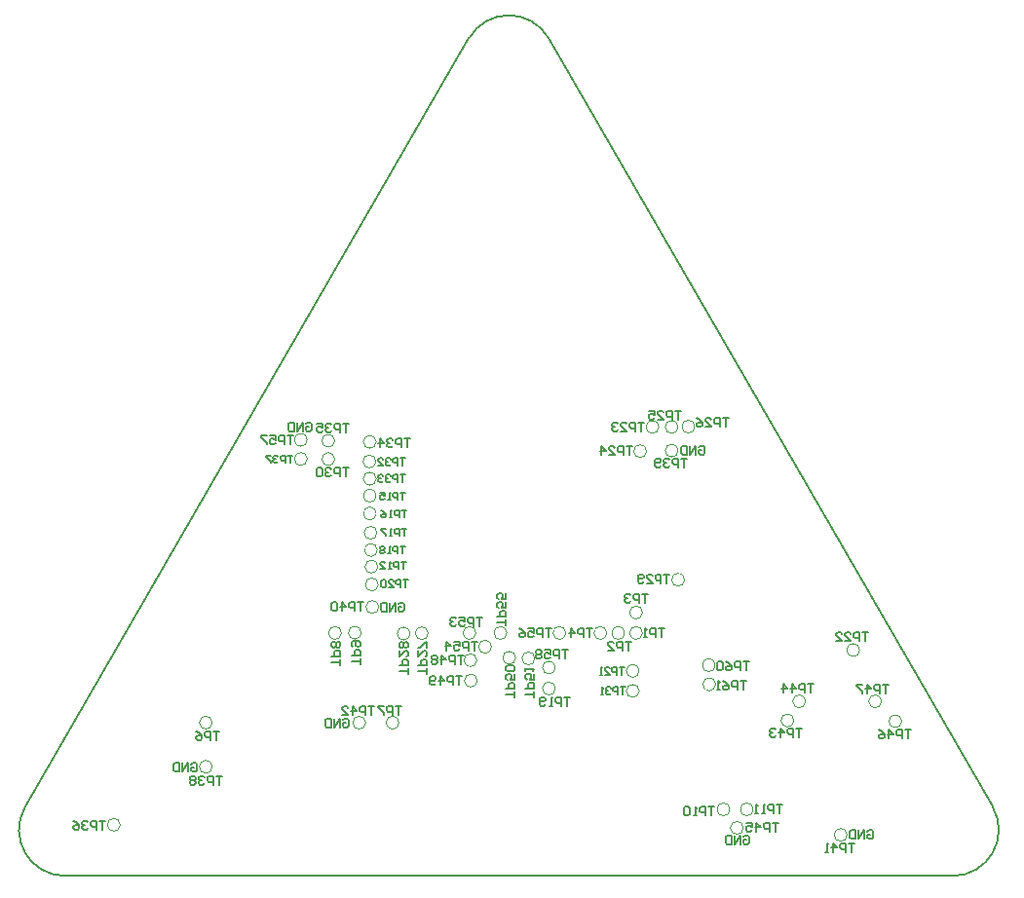
<source format=gbo>
G04*
G04 #@! TF.GenerationSoftware,Altium Limited,Altium Designer,19.0.12 (326)*
G04*
G04 Layer_Color=32896*
%FSLAX44Y44*%
%MOMM*%
G71*
G01*
G75*
%ADD15C,0.1778*%
%ADD16C,0.1270*%
%ADD140C,0.0999*%
D15*
X295107Y196737D02*
X296377Y198006D01*
X298916D01*
X300186Y196737D01*
Y191659D01*
X298916Y190389D01*
X296377D01*
X295107Y191659D01*
Y194198D01*
X297647D01*
X292568Y190389D02*
Y198006D01*
X287490Y190389D01*
Y198006D01*
X284951D02*
Y190389D01*
X281142D01*
X279872Y191659D01*
Y196737D01*
X281142Y198006D01*
X284951D01*
X246588Y95894D02*
X247857Y97164D01*
X250397D01*
X251666Y95894D01*
Y90816D01*
X250397Y89546D01*
X247857D01*
X246588Y90816D01*
Y93355D01*
X249127D01*
X244049Y89546D02*
Y97164D01*
X238970Y89546D01*
Y97164D01*
X236431D02*
Y89546D01*
X232622D01*
X231353Y90816D01*
Y95894D01*
X232622Y97164D01*
X236431D01*
X594870Y-5590D02*
X596139Y-4320D01*
X598678D01*
X599948Y-5590D01*
Y-10668D01*
X598678Y-11938D01*
X596139D01*
X594870Y-10668D01*
Y-8129D01*
X597409D01*
X592331Y-11938D02*
Y-4320D01*
X587252Y-11938D01*
Y-4320D01*
X584713D02*
Y-11938D01*
X580904D01*
X579635Y-10668D01*
Y-5590D01*
X580904Y-4320D01*
X584713D01*
X702767Y-728D02*
X704036Y542D01*
X706575D01*
X707845Y-728D01*
Y-5806D01*
X706575Y-7075D01*
X704036D01*
X702767Y-5806D01*
Y-3267D01*
X705306D01*
X700227Y-7075D02*
Y542D01*
X695149Y-7075D01*
Y542D01*
X692610D02*
Y-7075D01*
X688801D01*
X687532Y-5806D01*
Y-728D01*
X688801Y542D01*
X692610D01*
X556008Y333107D02*
X557277Y334376D01*
X559816D01*
X561086Y333107D01*
Y328028D01*
X559816Y326759D01*
X557277D01*
X556008Y328028D01*
Y330568D01*
X558547D01*
X553469Y326759D02*
Y334376D01*
X548390Y326759D01*
Y334376D01*
X545851D02*
Y326759D01*
X542042D01*
X540773Y328028D01*
Y333107D01*
X542042Y334376D01*
X545851D01*
X214378Y353312D02*
X215647Y354581D01*
X218186D01*
X219456Y353312D01*
Y348234D01*
X218186Y346964D01*
X215647D01*
X214378Y348234D01*
Y350773D01*
X216917D01*
X211838Y346964D02*
Y354581D01*
X206760Y346964D01*
Y354581D01*
X204221D02*
Y346964D01*
X200412D01*
X199143Y348234D01*
Y353312D01*
X200412Y354581D01*
X204221D01*
X115265Y57656D02*
X116534Y58925D01*
X119073D01*
X120343Y57656D01*
Y52578D01*
X119073Y51308D01*
X116534D01*
X115265Y52578D01*
Y55117D01*
X117804D01*
X112725Y51308D02*
Y58925D01*
X107647Y51308D01*
Y58925D01*
X105108D02*
Y51308D01*
X101299D01*
X100029Y52578D01*
Y57656D01*
X101299Y58925D01*
X105108D01*
X597408Y130045D02*
X592330D01*
X594869D01*
Y122428D01*
X589790D02*
Y130045D01*
X585982D01*
X584712Y128776D01*
Y126237D01*
X585982Y124967D01*
X589790D01*
X577095Y130045D02*
X579634Y128776D01*
X582173Y126237D01*
Y123698D01*
X580903Y122428D01*
X578364D01*
X577095Y123698D01*
Y124967D01*
X578364Y126237D01*
X582173D01*
X574555Y122428D02*
X572016D01*
X573286D01*
Y130045D01*
X574555Y128776D01*
X599694Y146810D02*
X594616D01*
X597155D01*
Y139192D01*
X592076D02*
Y146810D01*
X588268D01*
X586998Y145540D01*
Y143001D01*
X588268Y141731D01*
X592076D01*
X579381Y146810D02*
X581920Y145540D01*
X584459Y143001D01*
Y140462D01*
X583189Y139192D01*
X580650D01*
X579381Y140462D01*
Y141731D01*
X580650Y143001D01*
X584459D01*
X576841Y145540D02*
X575572Y146810D01*
X573033D01*
X571763Y145540D01*
Y140462D01*
X573033Y139192D01*
X575572D01*
X576841Y140462D01*
Y145540D01*
X442468Y157097D02*
X437390D01*
X439929D01*
Y149479D01*
X434851D02*
Y157097D01*
X431042D01*
X429772Y155827D01*
Y153288D01*
X431042Y152018D01*
X434851D01*
X422155Y157097D02*
X427233D01*
Y153288D01*
X424694Y154557D01*
X423424D01*
X422155Y153288D01*
Y150749D01*
X423424Y149479D01*
X425963D01*
X427233Y150749D01*
X419615Y155827D02*
X418346Y157097D01*
X415807D01*
X414537Y155827D01*
Y154557D01*
X415807Y153288D01*
X414537Y152018D01*
Y150749D01*
X415807Y149479D01*
X418346D01*
X419615Y150749D01*
Y152018D01*
X418346Y153288D01*
X419615Y154557D01*
Y155827D01*
X418346Y153288D02*
X415807D01*
X444246Y116023D02*
X439168D01*
X441707D01*
Y108405D01*
X436628D02*
Y116023D01*
X432820D01*
X431550Y114753D01*
Y112214D01*
X432820Y110944D01*
X436628D01*
X429011Y108405D02*
X426472D01*
X427741D01*
Y116023D01*
X429011Y114753D01*
X422663Y109675D02*
X421393Y108405D01*
X418854D01*
X417585Y109675D01*
Y114753D01*
X418854Y116023D01*
X421393D01*
X422663Y114753D01*
Y113483D01*
X421393Y112214D01*
X417585D01*
X740156Y87627D02*
X735078D01*
X737617D01*
Y80010D01*
X732539D02*
Y87627D01*
X728730D01*
X727460Y86358D01*
Y83819D01*
X728730Y82549D01*
X732539D01*
X721112Y80010D02*
Y87627D01*
X724921Y83819D01*
X719843D01*
X712225Y87627D02*
X714764Y86358D01*
X717303Y83819D01*
Y81280D01*
X716034Y80010D01*
X713495D01*
X712225Y81280D01*
Y82549D01*
X713495Y83819D01*
X717303D01*
X721360Y126997D02*
X716282D01*
X718821D01*
Y119380D01*
X713743D02*
Y126997D01*
X709934D01*
X708664Y125728D01*
Y123189D01*
X709934Y121919D01*
X713743D01*
X702316Y119380D02*
Y126997D01*
X706125Y123189D01*
X701047D01*
X698507Y126997D02*
X693429D01*
Y125728D01*
X698507Y120650D01*
Y119380D01*
X625094Y6601D02*
X620016D01*
X622555D01*
Y-1016D01*
X617477D02*
Y6601D01*
X613668D01*
X612398Y5332D01*
Y2793D01*
X613668Y1523D01*
X617477D01*
X606050Y-1016D02*
Y6601D01*
X609859Y2793D01*
X604781D01*
X597163Y6601D02*
X602241D01*
Y2793D01*
X599702Y4062D01*
X598433D01*
X597163Y2793D01*
Y254D01*
X598433Y-1016D01*
X600972D01*
X602241Y254D01*
X655922Y127506D02*
X650844D01*
X653383D01*
Y119888D01*
X648305D02*
Y127506D01*
X644496D01*
X643226Y126236D01*
Y123697D01*
X644496Y122427D01*
X648305D01*
X636878Y119888D02*
Y127506D01*
X640687Y123697D01*
X635609D01*
X629261Y119888D02*
Y127506D01*
X633069Y123697D01*
X627991D01*
X645922Y88644D02*
X640844D01*
X643383D01*
Y81026D01*
X638304D02*
Y88644D01*
X634496D01*
X633226Y87374D01*
Y84835D01*
X634496Y83565D01*
X638304D01*
X626878Y81026D02*
Y88644D01*
X630687Y84835D01*
X625609D01*
X623069Y87374D02*
X621800Y88644D01*
X619261D01*
X617991Y87374D01*
Y86104D01*
X619261Y84835D01*
X620530D01*
X619261D01*
X617991Y83565D01*
Y82296D01*
X619261Y81026D01*
X621800D01*
X623069Y82296D01*
X274066Y107948D02*
X268988D01*
X271527D01*
Y100330D01*
X266448D02*
Y107948D01*
X262640D01*
X261370Y106678D01*
Y104139D01*
X262640Y102869D01*
X266448D01*
X255022Y100330D02*
Y107948D01*
X258831Y104139D01*
X253753D01*
X246135Y100330D02*
X251213D01*
X246135Y105408D01*
Y106678D01*
X247405Y107948D01*
X249944D01*
X251213Y106678D01*
X691642Y-11178D02*
X686564D01*
X689103D01*
Y-18796D01*
X684025D02*
Y-11178D01*
X680216D01*
X678946Y-12448D01*
Y-14987D01*
X680216Y-16257D01*
X684025D01*
X672598Y-18796D02*
Y-11178D01*
X676407Y-14987D01*
X671329D01*
X668789Y-18796D02*
X666250D01*
X667520D01*
Y-11178D01*
X668789Y-12448D01*
X264922Y198626D02*
X259844D01*
X262383D01*
Y191008D01*
X257304D02*
Y198626D01*
X253496D01*
X252226Y197356D01*
Y194817D01*
X253496Y193547D01*
X257304D01*
X245878Y191008D02*
Y198626D01*
X249687Y194817D01*
X244609D01*
X242069Y197356D02*
X240800Y198626D01*
X238261D01*
X236991Y197356D01*
Y192278D01*
X238261Y191008D01*
X240800D01*
X242069Y192278D01*
Y197356D01*
X545846Y323340D02*
X540768D01*
X543307D01*
Y315722D01*
X538228D02*
Y323340D01*
X534420D01*
X533150Y322070D01*
Y319531D01*
X534420Y318261D01*
X538228D01*
X530611Y322070D02*
X529341Y323340D01*
X526802D01*
X525533Y322070D01*
Y320800D01*
X526802Y319531D01*
X528072D01*
X526802D01*
X525533Y318261D01*
Y316992D01*
X526802Y315722D01*
X529341D01*
X530611Y316992D01*
X522993D02*
X521724Y315722D01*
X519185D01*
X517915Y316992D01*
Y322070D01*
X519185Y323340D01*
X521724D01*
X522993Y322070D01*
Y320800D01*
X521724Y319531D01*
X517915D01*
X141732Y47495D02*
X136654D01*
X139193D01*
Y39878D01*
X134115D02*
Y47495D01*
X130306D01*
X129036Y46226D01*
Y43687D01*
X130306Y42417D01*
X134115D01*
X126497Y46226D02*
X125227Y47495D01*
X122688D01*
X121419Y46226D01*
Y44956D01*
X122688Y43687D01*
X123958D01*
X122688D01*
X121419Y42417D01*
Y41148D01*
X122688Y39878D01*
X125227D01*
X126497Y41148D01*
X118879Y46226D02*
X117610Y47495D01*
X115071D01*
X113801Y46226D01*
Y44956D01*
X115071Y43687D01*
X113801Y42417D01*
Y41148D01*
X115071Y39878D01*
X117610D01*
X118879Y41148D01*
Y42417D01*
X117610Y43687D01*
X118879Y44956D01*
Y46226D01*
X117610Y43687D02*
X115071D01*
X203454Y343405D02*
X198376D01*
X200915D01*
Y335788D01*
X195837D02*
Y343405D01*
X192028D01*
X190758Y342136D01*
Y339597D01*
X192028Y338327D01*
X195837D01*
X183141Y343405D02*
X188219D01*
Y339597D01*
X185680Y340866D01*
X184410D01*
X183141Y339597D01*
Y337058D01*
X184410Y335788D01*
X186949D01*
X188219Y337058D01*
X180601Y343405D02*
X175523D01*
Y342136D01*
X180601Y337058D01*
Y335788D01*
X427736Y175765D02*
X422658D01*
X425197D01*
Y168148D01*
X420118D02*
Y175765D01*
X416310D01*
X415040Y174496D01*
Y171957D01*
X416310Y170687D01*
X420118D01*
X407423Y175765D02*
X412501D01*
Y171957D01*
X409962Y173226D01*
X408692D01*
X407423Y171957D01*
Y169418D01*
X408692Y168148D01*
X411231D01*
X412501Y169418D01*
X399805Y175765D02*
X402344Y174496D01*
X404883Y171957D01*
Y169418D01*
X403614Y168148D01*
X401075D01*
X399805Y169418D01*
Y170687D01*
X401075Y171957D01*
X404883D01*
X388363Y178308D02*
Y183386D01*
Y180847D01*
X380746D01*
Y185926D02*
X388363D01*
Y189734D01*
X387094Y191004D01*
X384555D01*
X383285Y189734D01*
Y185926D01*
X388363Y198621D02*
Y193543D01*
X384555D01*
X385824Y196082D01*
Y197352D01*
X384555Y198621D01*
X382016D01*
X380746Y197352D01*
Y194813D01*
X382016Y193543D01*
X388363Y206239D02*
Y201161D01*
X384555D01*
X385824Y203700D01*
Y204969D01*
X384555Y206239D01*
X382016D01*
X380746Y204969D01*
Y202430D01*
X382016Y201161D01*
X363486Y164081D02*
X358408D01*
X360947D01*
Y156464D01*
X355869D02*
Y164081D01*
X352060D01*
X350791Y162812D01*
Y160273D01*
X352060Y159003D01*
X355869D01*
X343173Y164081D02*
X348251D01*
Y160273D01*
X345712Y161542D01*
X344443D01*
X343173Y160273D01*
Y157734D01*
X344443Y156464D01*
X346982D01*
X348251Y157734D01*
X336825Y156464D02*
Y164081D01*
X340634Y160273D01*
X335555D01*
X368300Y185471D02*
X363222D01*
X365761D01*
Y177854D01*
X360682D02*
Y185471D01*
X356874D01*
X355604Y184202D01*
Y181663D01*
X356874Y180393D01*
X360682D01*
X347987Y185471D02*
X353065D01*
Y181663D01*
X350526Y182932D01*
X349256D01*
X347987Y181663D01*
Y179123D01*
X349256Y177854D01*
X351795D01*
X353065Y179123D01*
X345447Y184202D02*
X344178Y185471D01*
X341639D01*
X340369Y184202D01*
Y182932D01*
X341639Y181663D01*
X342908D01*
X341639D01*
X340369Y180393D01*
Y179123D01*
X341639Y177854D01*
X344178D01*
X345447Y179123D01*
X413002Y116078D02*
Y121156D01*
Y118617D01*
X405384D01*
Y123695D02*
X413002D01*
Y127504D01*
X411732Y128774D01*
X409193D01*
X407923Y127504D01*
Y123695D01*
X413002Y136391D02*
Y131313D01*
X409193D01*
X410462Y133852D01*
Y135122D01*
X409193Y136391D01*
X406654D01*
X405384Y135122D01*
Y132583D01*
X406654Y131313D01*
X405384Y138931D02*
Y141470D01*
Y140200D01*
X413002D01*
X411732Y138931D01*
X396237Y115372D02*
Y120450D01*
Y117911D01*
X388620D01*
Y122990D02*
X396237D01*
Y126798D01*
X394968Y128068D01*
X392429D01*
X391159Y126798D01*
Y122990D01*
X396237Y135685D02*
Y130607D01*
X392429D01*
X393698Y133146D01*
Y134416D01*
X392429Y135685D01*
X389890D01*
X388620Y134416D01*
Y131877D01*
X389890Y130607D01*
X394968Y138225D02*
X396237Y139494D01*
Y142033D01*
X394968Y143303D01*
X389890D01*
X388620Y142033D01*
Y139494D01*
X389890Y138225D01*
X394968D01*
X350266Y134109D02*
X345188D01*
X347727D01*
Y126492D01*
X342649D02*
Y134109D01*
X338840D01*
X337570Y132840D01*
Y130301D01*
X338840Y129031D01*
X342649D01*
X331222Y126492D02*
Y134109D01*
X335031Y130301D01*
X329953D01*
X327413Y127762D02*
X326144Y126492D01*
X323605D01*
X322335Y127762D01*
Y132840D01*
X323605Y134109D01*
X326144D01*
X327413Y132840D01*
Y131570D01*
X326144Y130301D01*
X322335D01*
X351536Y152397D02*
X346458D01*
X348997D01*
Y144780D01*
X343918D02*
Y152397D01*
X340110D01*
X338840Y151128D01*
Y148589D01*
X340110Y147319D01*
X343918D01*
X332492Y144780D02*
Y152397D01*
X336301Y148589D01*
X331223D01*
X328683Y151128D02*
X327414Y152397D01*
X324875D01*
X323605Y151128D01*
Y149858D01*
X324875Y148589D01*
X323605Y147319D01*
Y146050D01*
X324875Y144780D01*
X327414D01*
X328683Y146050D01*
Y147319D01*
X327414Y148589D01*
X328683Y149858D01*
Y151128D01*
X327414Y148589D02*
X324875D01*
X203200Y326022D02*
X198968D01*
X201084D01*
Y319674D01*
X196852D02*
Y326022D01*
X193678D01*
X192620Y324964D01*
Y322848D01*
X193678Y321790D01*
X196852D01*
X190504Y324964D02*
X189446Y326022D01*
X187330D01*
X186272Y324964D01*
Y323906D01*
X187330Y322848D01*
X188388D01*
X187330D01*
X186272Y321790D01*
Y320732D01*
X187330Y319674D01*
X189446D01*
X190504Y320732D01*
X184156Y326022D02*
X179924D01*
Y324964D01*
X184156Y320732D01*
Y319674D01*
X40595Y8580D02*
X35517D01*
X38056D01*
Y963D01*
X32978D02*
Y8580D01*
X29169D01*
X27899Y7311D01*
Y4772D01*
X29169Y3502D01*
X32978D01*
X25360Y7311D02*
X24090Y8580D01*
X21551D01*
X20282Y7311D01*
Y6041D01*
X21551Y4772D01*
X22821D01*
X21551D01*
X20282Y3502D01*
Y2233D01*
X21551Y963D01*
X24090D01*
X25360Y2233D01*
X12664Y8580D02*
X15203Y7311D01*
X17743Y4772D01*
Y2233D01*
X16473Y963D01*
X13934D01*
X12664Y2233D01*
Y3502D01*
X13934Y4772D01*
X17743D01*
X252222Y353716D02*
X247144D01*
X249683D01*
Y346098D01*
X244604D02*
Y353716D01*
X240796D01*
X239526Y352446D01*
Y349907D01*
X240796Y348637D01*
X244604D01*
X236987Y352446D02*
X235717Y353716D01*
X233178D01*
X231909Y352446D01*
Y351176D01*
X233178Y349907D01*
X234448D01*
X233178D01*
X231909Y348637D01*
Y347368D01*
X233178Y346098D01*
X235717D01*
X236987Y347368D01*
X224291Y353716D02*
X229369D01*
Y349907D01*
X226830Y351176D01*
X225561D01*
X224291Y349907D01*
Y347368D01*
X225561Y346098D01*
X228100D01*
X229369Y347368D01*
X305776Y340866D02*
X300697D01*
X303237D01*
Y333248D01*
X298158D02*
Y340866D01*
X294350D01*
X293080Y339596D01*
Y337057D01*
X294350Y335787D01*
X298158D01*
X290541Y339596D02*
X289271Y340866D01*
X286732D01*
X285462Y339596D01*
Y338326D01*
X286732Y337057D01*
X288002D01*
X286732D01*
X285462Y335787D01*
Y334518D01*
X286732Y333248D01*
X289271D01*
X290541Y334518D01*
X279114Y333248D02*
Y340866D01*
X282923Y337057D01*
X277845D01*
X300990Y309370D02*
X296758D01*
X298874D01*
Y303022D01*
X294642D02*
Y309370D01*
X291468D01*
X290410Y308312D01*
Y306196D01*
X291468Y305138D01*
X294642D01*
X288294Y308312D02*
X287236Y309370D01*
X285120D01*
X284062Y308312D01*
Y307254D01*
X285120Y306196D01*
X286178D01*
X285120D01*
X284062Y305138D01*
Y304080D01*
X285120Y303022D01*
X287236D01*
X288294Y304080D01*
X281946Y308312D02*
X280888Y309370D01*
X278772D01*
X277714Y308312D01*
Y307254D01*
X278772Y306196D01*
X279830D01*
X278772D01*
X277714Y305138D01*
Y304080D01*
X278772Y303022D01*
X280888D01*
X281946Y304080D01*
X300990Y323594D02*
X296758D01*
X298874D01*
Y317246D01*
X294642D02*
Y323594D01*
X291468D01*
X290410Y322536D01*
Y320420D01*
X291468Y319362D01*
X294642D01*
X288294Y322536D02*
X287236Y323594D01*
X285120D01*
X284062Y322536D01*
Y321478D01*
X285120Y320420D01*
X286178D01*
X285120D01*
X284062Y319362D01*
Y318304D01*
X285120Y317246D01*
X287236D01*
X288294Y318304D01*
X277714Y317246D02*
X281946D01*
X277714Y321478D01*
Y322536D01*
X278772Y323594D01*
X280888D01*
X281946Y322536D01*
X492290Y124624D02*
X488058D01*
X490174D01*
Y118276D01*
X485942D02*
Y124624D01*
X482768D01*
X481710Y123566D01*
Y121450D01*
X482768Y120392D01*
X485942D01*
X479594Y123566D02*
X478536Y124624D01*
X476420D01*
X475362Y123566D01*
Y122508D01*
X476420Y121450D01*
X477478D01*
X476420D01*
X475362Y120392D01*
Y119334D01*
X476420Y118276D01*
X478536D01*
X479594Y119334D01*
X473246Y118276D02*
X471130D01*
X472188D01*
Y124624D01*
X473246Y123566D01*
X251968Y315466D02*
X246890D01*
X249429D01*
Y307848D01*
X244350D02*
Y315466D01*
X240542D01*
X239272Y314196D01*
Y311657D01*
X240542Y310387D01*
X244350D01*
X236733Y314196D02*
X235463Y315466D01*
X232924D01*
X231655Y314196D01*
Y312926D01*
X232924Y311657D01*
X234194D01*
X232924D01*
X231655Y310387D01*
Y309118D01*
X232924Y307848D01*
X235463D01*
X236733Y309118D01*
X229115Y314196D02*
X227846Y315466D01*
X225307D01*
X224037Y314196D01*
Y309118D01*
X225307Y307848D01*
X227846D01*
X229115Y309118D01*
Y314196D01*
X531018Y222429D02*
X525940D01*
X528479D01*
Y214812D01*
X523400D02*
Y222429D01*
X519592D01*
X518322Y221160D01*
Y218621D01*
X519592Y217351D01*
X523400D01*
X510705Y214812D02*
X515783D01*
X510705Y219890D01*
Y221160D01*
X511974Y222429D01*
X514513D01*
X515783Y221160D01*
X508165Y216082D02*
X506896Y214812D01*
X504357D01*
X503087Y216082D01*
Y221160D01*
X504357Y222429D01*
X506896D01*
X508165Y221160D01*
Y219890D01*
X506896Y218621D01*
X503087D01*
X303274Y135890D02*
Y140968D01*
Y138429D01*
X295656D01*
Y143507D02*
X303274D01*
Y147316D01*
X302004Y148586D01*
X299465D01*
X298195Y147316D01*
Y143507D01*
X295656Y156203D02*
Y151125D01*
X300734Y156203D01*
X302004D01*
X303274Y154934D01*
Y152395D01*
X302004Y151125D01*
Y158743D02*
X303274Y160012D01*
Y162551D01*
X302004Y163821D01*
X300734D01*
X299465Y162551D01*
X298195Y163821D01*
X296926D01*
X295656Y162551D01*
Y160012D01*
X296926Y158743D01*
X298195D01*
X299465Y160012D01*
X300734Y158743D01*
X302004D01*
X299465Y160012D02*
Y162551D01*
X319783Y135890D02*
Y140968D01*
Y138429D01*
X312166D01*
Y143507D02*
X319783D01*
Y147316D01*
X318514Y148586D01*
X315975D01*
X314705Y147316D01*
Y143507D01*
X312166Y156203D02*
Y151125D01*
X317244Y156203D01*
X318514D01*
X319783Y154934D01*
Y152395D01*
X318514Y151125D01*
X319783Y158743D02*
Y163821D01*
X318514D01*
X313436Y158743D01*
X312166D01*
X581914Y358686D02*
X576836D01*
X579375D01*
Y351069D01*
X574296D02*
Y358686D01*
X570488D01*
X569218Y357417D01*
Y354878D01*
X570488Y353608D01*
X574296D01*
X561601Y351069D02*
X566679D01*
X561601Y356147D01*
Y357417D01*
X562870Y358686D01*
X565409D01*
X566679Y357417D01*
X553983Y358686D02*
X556522Y357417D01*
X559061Y354878D01*
Y352338D01*
X557792Y351069D01*
X555253D01*
X553983Y352338D01*
Y353608D01*
X555253Y354878D01*
X559061D01*
X540512Y364995D02*
X535434D01*
X537973D01*
Y357378D01*
X532895D02*
Y364995D01*
X529086D01*
X527816Y363726D01*
Y361187D01*
X529086Y359917D01*
X532895D01*
X520199Y357378D02*
X525277D01*
X520199Y362456D01*
Y363726D01*
X521468Y364995D01*
X524007D01*
X525277Y363726D01*
X512581Y364995D02*
X517659D01*
Y361187D01*
X515120Y362456D01*
X513851D01*
X512581Y361187D01*
Y358648D01*
X513851Y357378D01*
X516390D01*
X517659Y358648D01*
X498348Y333754D02*
X493270D01*
X495809D01*
Y326136D01*
X490731D02*
Y333754D01*
X486922D01*
X485652Y332484D01*
Y329945D01*
X486922Y328675D01*
X490731D01*
X478035Y326136D02*
X483113D01*
X478035Y331214D01*
Y332484D01*
X479304Y333754D01*
X481843D01*
X483113Y332484D01*
X471687Y326136D02*
Y333754D01*
X475495Y329945D01*
X470417D01*
X508762Y354581D02*
X503684D01*
X506223D01*
Y346964D01*
X501144D02*
Y354581D01*
X497336D01*
X496066Y353312D01*
Y350773D01*
X497336Y349503D01*
X501144D01*
X488449Y346964D02*
X493527D01*
X488449Y352042D01*
Y353312D01*
X489718Y354581D01*
X492257D01*
X493527Y353312D01*
X485909D02*
X484640Y354581D01*
X482101D01*
X480831Y353312D01*
Y352042D01*
X482101Y350773D01*
X483370D01*
X482101D01*
X480831Y349503D01*
Y348234D01*
X482101Y346964D01*
X484640D01*
X485909Y348234D01*
X491280Y141794D02*
X487048D01*
X489164D01*
Y135446D01*
X484932D02*
Y141794D01*
X481758D01*
X480700Y140736D01*
Y138620D01*
X481758Y137562D01*
X484932D01*
X474352Y135446D02*
X478584D01*
X474352Y139678D01*
Y140736D01*
X475410Y141794D01*
X477526D01*
X478584Y140736D01*
X472236Y135446D02*
X470120D01*
X471178D01*
Y141794D01*
X472236Y140736D01*
X703326Y172209D02*
X698248D01*
X700787D01*
Y164592D01*
X695708D02*
Y172209D01*
X691900D01*
X690630Y170940D01*
Y168401D01*
X691900Y167131D01*
X695708D01*
X683013Y164592D02*
X688091D01*
X683013Y169670D01*
Y170940D01*
X684282Y172209D01*
X686821D01*
X688091Y170940D01*
X675395Y164592D02*
X680473D01*
X675395Y169670D01*
Y170940D01*
X676665Y172209D01*
X679204D01*
X680473Y170940D01*
X303530Y217930D02*
X299298D01*
X301414D01*
Y211582D01*
X297182D02*
Y217930D01*
X294008D01*
X292950Y216872D01*
Y214756D01*
X294008Y213698D01*
X297182D01*
X286602Y211582D02*
X290834D01*
X286602Y215814D01*
Y216872D01*
X287660Y217930D01*
X289776D01*
X290834Y216872D01*
X284486D02*
X283428Y217930D01*
X281312D01*
X280254Y216872D01*
Y212640D01*
X281312Y211582D01*
X283428D01*
X284486Y212640D01*
Y216872D01*
X300990Y247140D02*
X296758D01*
X298874D01*
Y240792D01*
X294642D02*
Y247140D01*
X291468D01*
X290410Y246082D01*
Y243966D01*
X291468Y242908D01*
X294642D01*
X288294Y240792D02*
X286178D01*
X287236D01*
Y247140D01*
X288294Y246082D01*
X283004D02*
X281946Y247140D01*
X279830D01*
X278772Y246082D01*
Y245024D01*
X279830Y243966D01*
X278772Y242908D01*
Y241850D01*
X279830Y240792D01*
X281946D01*
X283004Y241850D01*
Y242908D01*
X281946Y243966D01*
X283004Y245024D01*
Y246082D01*
X281946Y243966D02*
X279830D01*
X302260Y262214D02*
X298028D01*
X300144D01*
Y255866D01*
X295912D02*
Y262214D01*
X292738D01*
X291680Y261156D01*
Y259040D01*
X292738Y257982D01*
X295912D01*
X289564Y255866D02*
X287448D01*
X288506D01*
Y262214D01*
X289564Y261156D01*
X284274Y262214D02*
X280042D01*
Y261156D01*
X284274Y256924D01*
Y255866D01*
X302006Y278480D02*
X297774D01*
X299890D01*
Y272132D01*
X295658D02*
Y278480D01*
X292484D01*
X291426Y277422D01*
Y275306D01*
X292484Y274248D01*
X295658D01*
X289310Y272132D02*
X287194D01*
X288252D01*
Y278480D01*
X289310Y277422D01*
X279788Y278480D02*
X281904Y277422D01*
X284020Y275306D01*
Y273190D01*
X282962Y272132D01*
X280846D01*
X279788Y273190D01*
Y274248D01*
X280846Y275306D01*
X284020D01*
X300990Y293876D02*
X296758D01*
X298874D01*
Y287528D01*
X294642D02*
Y293876D01*
X291468D01*
X290410Y292818D01*
Y290702D01*
X291468Y289644D01*
X294642D01*
X288294Y287528D02*
X286178D01*
X287236D01*
Y293876D01*
X288294Y292818D01*
X278772Y293876D02*
X283004D01*
Y290702D01*
X280888Y291760D01*
X279830D01*
X278772Y290702D01*
Y288586D01*
X279830Y287528D01*
X281946D01*
X283004Y288586D01*
X301752Y233424D02*
X297520D01*
X299636D01*
Y227076D01*
X295404D02*
Y233424D01*
X292230D01*
X291172Y232366D01*
Y230250D01*
X292230Y229192D01*
X295404D01*
X289056Y227076D02*
X286940D01*
X287998D01*
Y233424D01*
X289056Y232366D01*
X279534Y227076D02*
X283766D01*
X279534Y231308D01*
Y232366D01*
X280592Y233424D01*
X282708D01*
X283766Y232366D01*
X629158Y22604D02*
X624080D01*
X626619D01*
Y14986D01*
X621540D02*
Y22604D01*
X617732D01*
X616462Y21334D01*
Y18795D01*
X617732Y17525D01*
X621540D01*
X613923Y14986D02*
X611384D01*
X612653D01*
Y22604D01*
X613923Y21334D01*
X607575Y14986D02*
X605036D01*
X606305D01*
Y22604D01*
X607575Y21334D01*
X569900Y20826D02*
X564822D01*
X567361D01*
Y13208D01*
X562282D02*
Y20826D01*
X558474D01*
X557204Y19556D01*
Y17017D01*
X558474Y15747D01*
X562282D01*
X554665Y13208D02*
X552126D01*
X553395D01*
Y20826D01*
X554665Y19556D01*
X548317D02*
X547047Y20826D01*
X544508D01*
X543238Y19556D01*
Y14478D01*
X544508Y13208D01*
X547047D01*
X548317Y14478D01*
Y19556D01*
X261871Y144272D02*
Y149350D01*
Y146811D01*
X254254D01*
Y151889D02*
X261871D01*
Y155698D01*
X260602Y156968D01*
X258063D01*
X256793Y155698D01*
Y151889D01*
X255524Y159507D02*
X254254Y160777D01*
Y163316D01*
X255524Y164585D01*
X260602D01*
X261871Y163316D01*
Y160777D01*
X260602Y159507D01*
X259332D01*
X258063Y160777D01*
Y164585D01*
X244599Y143764D02*
Y148842D01*
Y146303D01*
X236982D01*
Y151382D02*
X244599D01*
Y155190D01*
X243330Y156460D01*
X240791D01*
X239521Y155190D01*
Y151382D01*
X243330Y158999D02*
X244599Y160269D01*
Y162808D01*
X243330Y164077D01*
X242060D01*
X240791Y162808D01*
X239521Y164077D01*
X238252D01*
X236982Y162808D01*
Y160269D01*
X238252Y158999D01*
X239521D01*
X240791Y160269D01*
X242060Y158999D01*
X243330D01*
X240791Y160269D02*
Y162808D01*
X297708Y108455D02*
X292630D01*
X295169D01*
Y100838D01*
X290091D02*
Y108455D01*
X286282D01*
X285012Y107186D01*
Y104647D01*
X286282Y103377D01*
X290091D01*
X282473Y108455D02*
X277395D01*
Y107186D01*
X282473Y102108D01*
Y100838D01*
X139446Y86103D02*
X134368D01*
X136907D01*
Y78486D01*
X131828D02*
Y86103D01*
X128020D01*
X126750Y84834D01*
Y82295D01*
X128020Y81025D01*
X131828D01*
X119133Y86103D02*
X121672Y84834D01*
X124211Y82295D01*
Y79756D01*
X122941Y78486D01*
X120402D01*
X119133Y79756D01*
Y81025D01*
X120402Y82295D01*
X124211D01*
X463992Y175511D02*
X458914D01*
X461453D01*
Y167894D01*
X456374D02*
Y175511D01*
X452566D01*
X451296Y174242D01*
Y171703D01*
X452566Y170433D01*
X456374D01*
X444948Y167894D02*
Y175511D01*
X448757Y171703D01*
X443679D01*
X512064Y205737D02*
X506986D01*
X509525D01*
Y198120D01*
X504446D02*
Y205737D01*
X500638D01*
X499368Y204468D01*
Y201929D01*
X500638Y200659D01*
X504446D01*
X496829Y204468D02*
X495559Y205737D01*
X493020D01*
X491751Y204468D01*
Y203198D01*
X493020Y201929D01*
X494290D01*
X493020D01*
X491751Y200659D01*
Y199390D01*
X493020Y198120D01*
X495559D01*
X496829Y199390D01*
X497332Y164081D02*
X492254D01*
X494793D01*
Y156464D01*
X489715D02*
Y164081D01*
X485906D01*
X484636Y162812D01*
Y160273D01*
X485906Y159003D01*
X489715D01*
X477019Y156464D02*
X482097D01*
X477019Y161542D01*
Y162812D01*
X478288Y164081D01*
X480827D01*
X482097Y162812D01*
X526034Y175511D02*
X520956D01*
X523495D01*
Y167894D01*
X518416D02*
Y175511D01*
X514608D01*
X513338Y174242D01*
Y171703D01*
X514608Y170433D01*
X518416D01*
X510799Y167894D02*
X508260D01*
X509529D01*
Y175511D01*
X510799Y174242D01*
D16*
X-29238Y20553D02*
G03*
X5403Y-39447I34641J-20000D01*
G01*
X425762Y688636D02*
G03*
X356480Y688636I-34641J-20000D01*
G01*
X776839Y-39447D02*
G03*
X811480Y20553I0J40000D01*
G01*
X-29238D02*
X356480Y688636D01*
X425762D02*
X811480Y20553D01*
X434675Y-39447D02*
X776839D01*
X5403D02*
X434675D01*
D140*
X507250Y171704D02*
G03*
X507250Y171704I-5600J0D01*
G01*
X491756D02*
G03*
X491756Y171704I-5600J0D01*
G01*
X507250Y189484D02*
G03*
X507250Y189484I-5600J0D01*
G01*
X476262Y171704D02*
G03*
X476262Y171704I-5600J0D01*
G01*
X133362Y93726D02*
G03*
X133362Y93726I-5600J0D01*
G01*
X295668Y93726D02*
G03*
X295668Y93726I-5600J0D01*
G01*
X245630Y171704D02*
G03*
X245630Y171704I-5600J0D01*
G01*
X262902Y171958D02*
G03*
X262902Y171958I-5600J0D01*
G01*
X583196Y18288D02*
G03*
X583196Y18288I-5600J0D01*
G01*
X603516D02*
G03*
X603516Y18288I-5600J0D01*
G01*
X277380Y229362D02*
G03*
X277380Y229362I-5600J0D01*
G01*
X275856Y291084D02*
G03*
X275856Y291084I-5600J0D01*
G01*
Y275590D02*
G03*
X275856Y275590I-5600J0D01*
G01*
X276618Y258826D02*
G03*
X276618Y258826I-5600J0D01*
G01*
X276872Y243840D02*
G03*
X276872Y243840I-5600J0D01*
G01*
X277634Y213868D02*
G03*
X277634Y213868I-5600J0D01*
G01*
X695972Y156846D02*
G03*
X695972Y156846I-5600J0D01*
G01*
X504392Y138748D02*
G03*
X504392Y138748I-5600J0D01*
G01*
X521474Y350774D02*
G03*
X521474Y350774I-5600J0D01*
G01*
X510806Y329692D02*
G03*
X510806Y329692I-5600J0D01*
G01*
X538238Y350774D02*
G03*
X538238Y350774I-5600J0D01*
G01*
X552716Y351028D02*
G03*
X552716Y351028I-5600J0D01*
G01*
X321068Y171450D02*
G03*
X321068Y171450I-5600J0D01*
G01*
X305320Y171196D02*
G03*
X305320Y171196I-5600J0D01*
G01*
X543826Y218114D02*
G03*
X543826Y218114I-5600J0D01*
G01*
X239788Y322834D02*
G03*
X239788Y322834I-5600J0D01*
G01*
X504392Y121324D02*
G03*
X504392Y121324I-5600J0D01*
G01*
X275602Y320802D02*
G03*
X275602Y320802I-5600J0D01*
G01*
X275856Y305816D02*
G03*
X275856Y305816I-5600J0D01*
G01*
Y337820D02*
G03*
X275856Y337820I-5600J0D01*
G01*
X239788Y338836D02*
G03*
X239788Y338836I-5600J0D01*
G01*
X53360Y4973D02*
G03*
X53360Y4973I-5600J0D01*
G01*
X215912Y322976D02*
G03*
X215912Y322976I-5600J0D01*
G01*
X363232Y148045D02*
G03*
X363232Y148045I-5600J0D01*
G01*
X363740Y130302D02*
G03*
X363740Y130302I-5600J0D01*
G01*
X397014Y150170D02*
G03*
X397014Y150170I-5600J0D01*
G01*
X413778Y149606D02*
G03*
X413778Y149606I-5600J0D01*
G01*
X362470Y171704D02*
G03*
X362470Y171704I-5600J0D01*
G01*
X376070Y159766D02*
G03*
X376070Y159766I-5600J0D01*
G01*
X389394Y171704D02*
G03*
X389394Y171704I-5600J0D01*
G01*
X440702D02*
G03*
X440702Y171704I-5600J0D01*
G01*
X215912Y339598D02*
G03*
X215912Y339598I-5600J0D01*
G01*
X133362Y55372D02*
G03*
X133362Y55372I-5600J0D01*
G01*
X538238Y330200D02*
G03*
X538238Y330200I-5600J0D01*
G01*
X278142Y194310D02*
G03*
X278142Y194310I-5600J0D01*
G01*
X685050Y-3810D02*
G03*
X685050Y-3810I-5600J0D01*
G01*
X266712Y93726D02*
G03*
X266712Y93726I-5600J0D01*
G01*
X638822Y95657D02*
G03*
X638822Y95657I-5600J0D01*
G01*
X648982Y112268D02*
G03*
X648982Y112268I-5600J0D01*
G01*
X594880Y2286D02*
G03*
X594880Y2286I-5600J0D01*
G01*
X715022Y112268D02*
G03*
X715022Y112268I-5600J0D01*
G01*
X732548Y94996D02*
G03*
X732548Y94996I-5600J0D01*
G01*
X431552Y123444D02*
G03*
X431552Y123444I-5600J0D01*
G01*
Y141693D02*
G03*
X431552Y141693I-5600J0D01*
G01*
X570496Y143764D02*
G03*
X570496Y143764I-5600J0D01*
G01*
X570838Y127048D02*
G03*
X570838Y127048I-5600J0D01*
G01*
M02*

</source>
